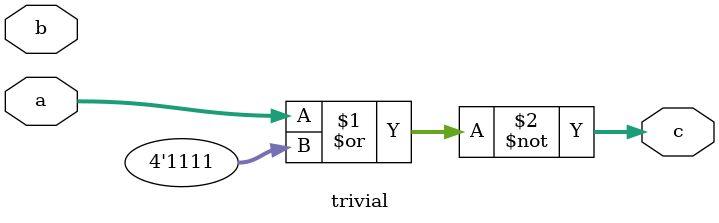
<source format=v>
module trivial(input [3:0] a, input [3:0] b, output [3:0] c);
assign c = ~(a | 4'hF); // 0b1111
endmodule


</source>
